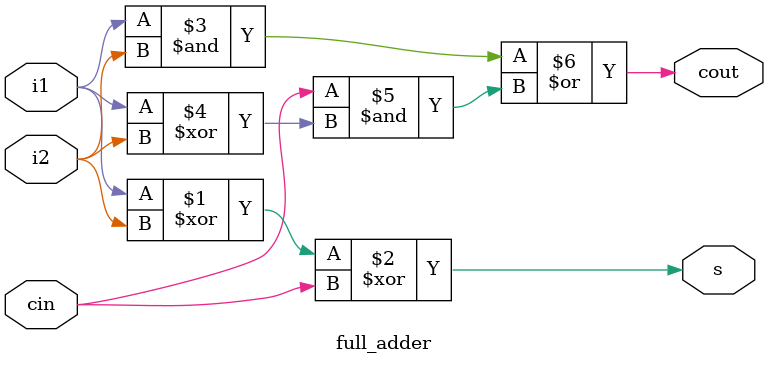
<source format=v>
module full_adder(i1,i2,cin,cout,s);
	input i1,i2,cin;
	output cout,s;
	assign s = i1^i2^cin;
	assign cout = (i1&i2)|(cin&(i1^i2));
endmodule
</source>
